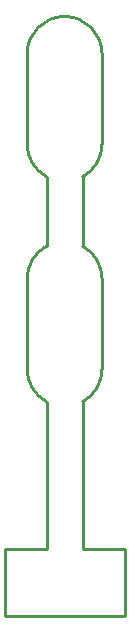
<source format=gbr>
G04 start of page 4 for group 2 idx 2 *
G04 Title: (unknown), outline *
G04 Creator: pcb 20110918 *
G04 CreationDate: Thu 08 Oct 2015 02:44:04 AM GMT UTC *
G04 For: railfan *
G04 Format: Gerber/RS-274X *
G04 PCB-Dimensions: 40000 200000 *
G04 PCB-Coordinate-Origin: lower left *
%MOIN*%
%FSLAX25Y25*%
%LNOUTLINE*%
%ADD23C,0.0100*%
G54D23*X7500Y112500D02*Y82500D01*
X32500D02*Y112500D01*
X14000Y71500D02*Y22500D01*
X26000Y71500D02*Y22500D01*
X14000D02*X0D01*
X7500Y187500D02*Y157500D01*
X32500D02*Y187500D01*
X14000Y146500D02*Y123500D01*
X26000D02*Y146500D01*
X0Y22500D02*Y0D01*
X40000D01*
Y22500D01*
X26000D01*
X7500Y157500D02*G75*G03X13940Y146567I12500J0D01*G01*
X32500Y157500D02*G75*G02X26060Y146567I-12500J0D01*G01*
X7500Y82500D02*G75*G03X13940Y71567I12500J0D01*G01*
X32500Y82500D02*G75*G02X26060Y71567I-12500J0D01*G01*
X32500Y112500D02*G75*G03X26060Y123433I-12500J0D01*G01*
X7500Y112500D02*G75*G02X13940Y123433I12500J0D01*G01*
X20000Y200000D02*G75*G02X32500Y187500I0J-12500D01*G01*
X20000Y200000D02*G75*G03X7500Y187500I0J-12500D01*G01*
M02*

</source>
